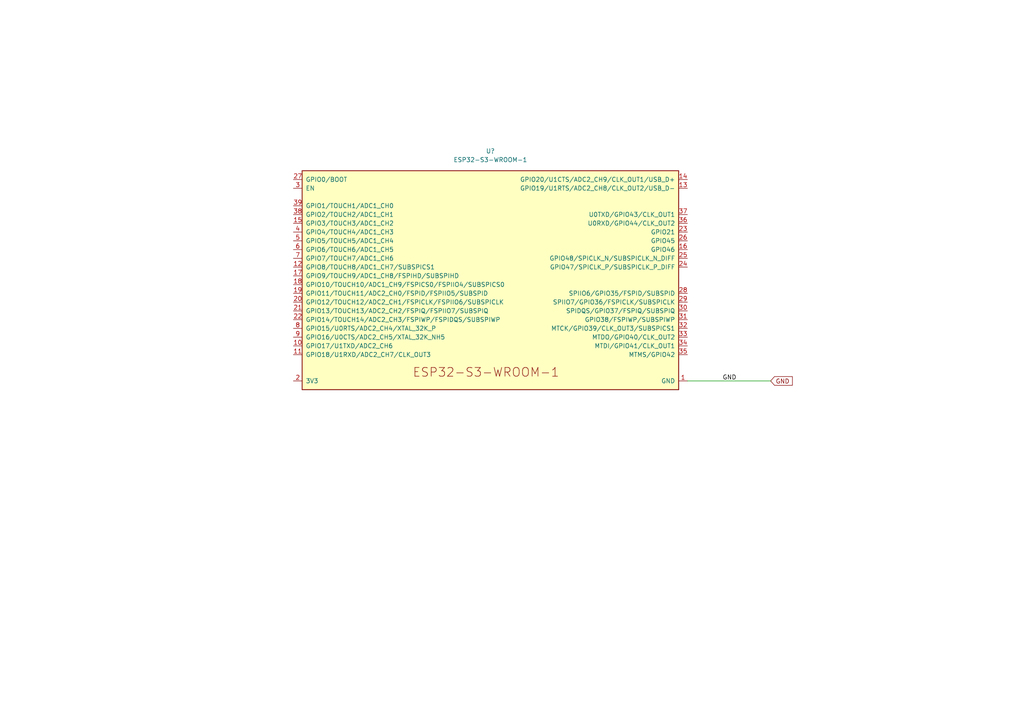
<source format=kicad_sch>
(kicad_sch (version 20211123) (generator eeschema)
  (paper "A4")
  (lib_symbols
    (symbol "Espressif:ESP32-S3-WROOM-1" (pin_names (offset 1.016))
      (property "Reference" "U" (at -53.34 38.1 0))
      (property "Value" "ESP32-S3-WROOM-1" (at -53.34 35.56 0))
      (symbol "ESP32-S3-WROOM-1_0_0"
        (rectangle (start -53.34 33.02) (end 55.88 -30.48) (stroke (width 0.254)) (fill (type background)))
        (text "ESP32-S3-WROOM-1" (at 0 -25.4 0) (effects (font (size 2.54 2.54))))
        (pin power_in line (at 58.42 -27.94 180) (length 2.54) (name "GND") (number "1"))
        (pin bidirectional line (at -55.88 -17.78 0) (length 2.54) (name "GPIO17/U1TXD/ADC2_CH6") (number "10"))
        (pin bidirectional line (at -55.88 -20.32 0) (length 2.54) (name "GPIO18/U1RXD/ADC2_CH7/CLK_OUT3") (number "11"))
        (pin bidirectional line (at -55.88 5.08 0) (length 2.54) (name "GPIO8/TOUCH8/ADC1_CH7/SUBSPICS1") (number "12"))
        (pin bidirectional line (at 58.42 27.94 180) (length 2.54) (name "GPIO19/U1RTS/ADC2_CH8/CLK_OUT2/USB_D-") (number "13"))
        (pin bidirectional line (at 58.42 30.48 180) (length 2.54) (name "GPIO20/U1CTS/ADC2_CH9/CLK_OUT1/USB_D+") (number "14"))
        (pin bidirectional line (at -55.88 17.78 0) (length 2.54) (name "GPIO3/TOUCH3/ADC1_CH2") (number "15"))
        (pin bidirectional line (at 58.42 10.16 180) (length 2.54) (name "GPIO46") (number "16"))
        (pin bidirectional line (at -55.88 2.54 0) (length 2.54) (name "GPIO9/TOUCH9/ADC1_CH8/FSPIHD/SUBSPIHD") (number "17"))
        (pin bidirectional line (at -55.88 0 0) (length 2.54) (name "GPIO10/TOUCH10/ADC1_CH9/FSPICS0/FSPIIO4/SUBSPICS0") (number "18"))
        (pin bidirectional line (at -55.88 -2.54 0) (length 2.54) (name "GPIO11/TOUCH11/ADC2_CH0/FSPID/FSPIIO5/SUBSPID") (number "19"))
        (pin power_in line (at -55.88 -27.94 0) (length 2.54) (name "3V3") (number "2"))
        (pin bidirectional line (at -55.88 -5.08 0) (length 2.54) (name "GPIO12/TOUCH12/ADC2_CH1/FSPICLK/FSPIIO6/SUBSPICLK") (number "20"))
        (pin bidirectional line (at -55.88 -7.62 0) (length 2.54) (name "GPIO13/TOUCH13/ADC2_CH2/FSPIQ/FSPIIO7/SUBSPIQ") (number "21"))
        (pin bidirectional line (at -55.88 -10.16 0) (length 2.54) (name "GPIO14/TOUCH14/ADC2_CH3/FSPIWP/FSPIDQS/SUBSPIWP") (number "22"))
        (pin bidirectional line (at 58.42 15.24 180) (length 2.54) (name "GPIO21") (number "23"))
        (pin bidirectional line (at 58.42 5.08 180) (length 2.54) (name "GPIO47/SPICLK_P/SUBSPICLK_P_DIFF") (number "24"))
        (pin bidirectional line (at 58.42 7.62 180) (length 2.54) (name "GPIO48/SPICLK_N/SUBSPICLK_N_DIFF") (number "25"))
        (pin bidirectional line (at 58.42 12.7 180) (length 2.54) (name "GPIO45") (number "26"))
        (pin bidirectional line (at -55.88 30.48 0) (length 2.54) (name "GPIO0/BOOT") (number "27"))
        (pin bidirectional line (at 58.42 -2.54 180) (length 2.54) (name "SPIIO6/GPIO35/FSPID/SUBSPID") (number "28"))
        (pin bidirectional line (at 58.42 -5.08 180) (length 2.54) (name "SPIIO7/GPIO36/FSPICLK/SUBSPICLK") (number "29"))
        (pin input line (at -55.88 27.94 0) (length 2.54) (name "EN") (number "3"))
        (pin bidirectional line (at 58.42 -7.62 180) (length 2.54) (name "SPIDQS/GPIO37/FSPIQ/SUBSPIQ") (number "30"))
        (pin bidirectional line (at 58.42 -10.16 180) (length 2.54) (name "GPIO38/FSPIWP/SUBSPIWP") (number "31"))
        (pin bidirectional line (at 58.42 -12.7 180) (length 2.54) (name "MTCK/GPIO39/CLK_OUT3/SUBSPICS1") (number "32"))
        (pin bidirectional line (at 58.42 -15.24 180) (length 2.54) (name "MTDO/GPIO40/CLK_OUT2") (number "33"))
        (pin bidirectional line (at 58.42 -17.78 180) (length 2.54) (name "MTDI/GPIO41/CLK_OUT1") (number "34"))
        (pin bidirectional line (at 58.42 -20.32 180) (length 2.54) (name "MTMS/GPIO42") (number "35"))
        (pin bidirectional line (at 58.42 17.78 180) (length 2.54) (name "U0RXD/GPIO44/CLK_OUT2") (number "36"))
        (pin bidirectional line (at 58.42 20.32 180) (length 2.54) (name "U0TXD/GPIO43/CLK_OUT1") (number "37"))
        (pin bidirectional line (at -55.88 20.32 0) (length 2.54) (name "GPIO2/TOUCH2/ADC1_CH1") (number "38"))
        (pin bidirectional line (at -55.88 22.86 0) (length 2.54) (name "GPIO1/TOUCH1/ADC1_CH0") (number "39"))
        (pin bidirectional line (at -55.88 15.24 0) (length 2.54) (name "GPIO4/TOUCH4/ADC1_CH3") (number "4"))
        (pin passive line (at 58.42 -27.94 180) (length 2.54) hide (name "GND") (number "40"))
        (pin passive line (at 58.42 -27.94 180) (length 2.54) hide (name "GND") (number "41"))
        (pin bidirectional line (at -55.88 12.7 0) (length 2.54) (name "GPIO5/TOUCH5/ADC1_CH4") (number "5"))
        (pin bidirectional line (at -55.88 10.16 0) (length 2.54) (name "GPIO6/TOUCH6/ADC1_CH5") (number "6"))
        (pin bidirectional line (at -55.88 7.62 0) (length 2.54) (name "GPIO7/TOUCH7/ADC1_CH6") (number "7"))
        (pin bidirectional line (at -55.88 -12.7 0) (length 2.54) (name "GPIO15/U0RTS/ADC2_CH4/XTAL_32K_P") (number "8"))
        (pin bidirectional line (at -55.88 -15.24 0) (length 2.54) (name "GPIO16/U0CTS/ADC2_CH5/XTAL_32K_NH5") (number "9"))
      )
    )
  )
  (wire (pts (xy 199.39 110.49) (xy 223.52 110.49)))
  (label "GND" (at 209.55 110.49 0))
  (global_label "GND" (shape input) (at 223.52 110.49 0) (property "Intersheet References" "${INTERSHEET_REFS}" (effects hide)))
  (symbol (lib_id "Espressif:ESP32-S3-WROOM-1") (at 140.97 82.55 0) (unit 1)
    (property "Reference" "U?" (at 142.24 43.815 0))
    (property "Value" "ESP32-S3-WROOM-1" (at 142.24 46.355 0))
    (property "Footprint" "Espressif:ESP32-S3-WROOM-1" (effects hide))
    (property "Datasheet" "https://www.espressif.com/sites/default/files/documentation/esp32-s3-wroom-1_wroom-1u_datasheet_en.pdf" (effects hide))
    (property "DK" "1965-ESP32-S3-WROOM-1-N16R8CT-ND" (effects hide))
    (property "PARTNO" "ESP32-S3-WROOM-1-N16R8" (effects hide))
  )
)
</source>
